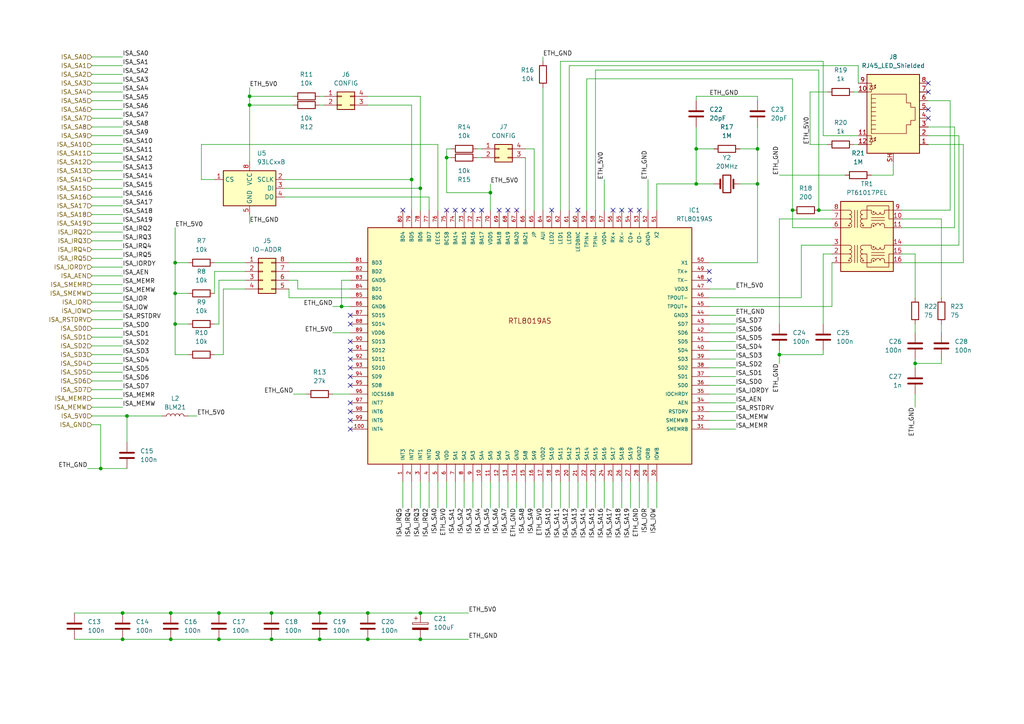
<source format=kicad_sch>
(kicad_sch (version 20250114) (generator "eeschema") (generator_version "9.0")
  (paper "A4")
  (title_block (title "ISA-Ethernet adapter") (company "Russia, Samara 2026") (comment 1 "003") (comment 2 "Maxssau"))
  (lib_symbols
    (symbol "Connector:RJ45_LED_Shielded" (pin_names (offset 1.016))
      (property "Reference" "J" (at -5.08 13.97 0))
      (property "Value" "RJ45_LED_Shielded" (at 1.27 13.97 0))
      (symbol "RJ45_LED_Shielded_1_1"
        (pin passive line (at -10.16 10.16 0) (length 2.54) (name "~") (number "9"))
        (pin passive line (at -10.16 7.62 0) (length 2.54) (name "~") (number "10"))
        (pin passive line (at -10.16 -5.08 0) (length 2.54) (name "~") (number "11"))
        (pin passive line (at -10.16 -7.62 0) (length 2.54) (name "~") (number "12"))
        (pin passive line (at 0 -12.7 90) (length 2.54) (name "~") (number "SH"))
        (pin passive line (at 10.16 10.16 180) (length 2.54) (name "~") (number "8"))
        (pin passive line (at 10.16 7.62 180) (length 2.54) (name "~") (number "7"))
        (pin passive line (at 10.16 5.08 180) (length 2.54) (name "~") (number "6"))
        (pin passive line (at 10.16 2.54 180) (length 2.54) (name "~") (number "5"))
        (pin passive line (at 10.16 0 180) (length 2.54) (name "~") (number "4"))
        (pin passive line (at 10.16 -2.54 180) (length 2.54) (name "~") (number "3"))
        (pin passive line (at 10.16 -5.08 180) (length 2.54) (name "~") (number "2"))
        (pin passive line (at 10.16 -7.62 180) (length 2.54) (name "~") (number "1"))
      )
    )
    (symbol "Connector_Generic:Conn_02x02_Counter_Clockwise" (pin_names (offset 1.016) (hide yes))
      (property "Reference" "J" (at 1.27 2.54 0))
      (property "Value" "Conn_02x02_Counter_Clockwise" (at 1.27 -5.08 0))
      (symbol "Conn_02x02_Counter_Clockwise_1_1"
        (pin passive line (at -5.08 0 0) (length 3.81) (name "Pin_1") (number "1"))
        (pin passive line (at -5.08 -2.54 0) (length 3.81) (name "Pin_2") (number "2"))
        (pin passive line (at 7.62 0 180) (length 3.81) (name "Pin_4") (number "4"))
        (pin passive line (at 7.62 -2.54 180) (length 3.81) (name "Pin_3") (number "3"))
      )
    )
    (symbol "Connector_Generic:Conn_02x04_Counter_Clockwise" (pin_names (offset 1.016) (hide yes))
      (property "Reference" "J" (at 1.27 5.08 0))
      (property "Value" "Conn_02x04_Counter_Clockwise" (at 1.27 -7.62 0))
      (symbol "Conn_02x04_Counter_Clockwise_1_1"
        (pin passive line (at -5.08 2.54 0) (length 3.81) (name "Pin_1") (number "1"))
        (pin passive line (at -5.08 0 0) (length 3.81) (name "Pin_2") (number "2"))
        (pin passive line (at -5.08 -2.54 0) (length 3.81) (name "Pin_3") (number "3"))
        (pin passive line (at -5.08 -5.08 0) (length 3.81) (name "Pin_4") (number "4"))
        (pin passive line (at 7.62 2.54 180) (length 3.81) (name "Pin_8") (number "8"))
        (pin passive line (at 7.62 0 180) (length 3.81) (name "Pin_7") (number "7"))
        (pin passive line (at 7.62 -2.54 180) (length 3.81) (name "Pin_6") (number "6"))
        (pin passive line (at 7.62 -5.08 180) (length 3.81) (name "Pin_5") (number "5"))
      )
    )
    (symbol "Device:C" (pin_numbers (hide yes)) (pin_names (offset 0.254))
      (property "Reference" "C" (at 0.635 2.54 0))
      (property "Value" "C" (at 0.635 -2.54 0))
      (symbol "C_1_1"
        (pin passive line (at 0 3.81 270) (length 2.794) (name "~") (number "1"))
        (pin passive line (at 0 -3.81 90) (length 2.794) (name "~") (number "2"))
      )
    )
    (symbol "Device:C_Polarized" (pin_numbers (hide yes)) (pin_names (offset 0.254))
      (property "Reference" "C" (at 0.635 2.54 0))
      (property "Value" "C_Polarized" (at 0.635 -2.54 0))
      (symbol "C_Polarized_1_1"
        (pin passive line (at 0 3.81 270) (length 2.794) (name "~") (number "1"))
        (pin passive line (at 0 -3.81 90) (length 2.794) (name "~") (number "2"))
      )
    )
    (symbol "Device:Crystal" (pin_numbers (hide yes)) (pin_names (offset 1.016) (hide yes))
      (property "Reference" "Y" (at 0 3.81 0))
      (property "Value" "Crystal" (at 0 -3.81 0))
      (symbol "Crystal_1_1"
        (pin passive line (at -3.81 0 0) (length 1.27) (name "1") (number "1"))
        (pin passive line (at 3.81 0 180) (length 1.27) (name "2") (number "2"))
      )
    )
    (symbol "Device:L" (pin_numbers (hide yes)) (pin_names (offset 1.016) (hide yes))
      (property "Reference" "L" (at -1.27 0 90))
      (property "Value" "L" (at 1.905 0 90))
      (symbol "L_1_1"
        (pin passive line (at 0 3.81 270) (length 1.27) (name "1") (number "1"))
        (pin passive line (at 0 -3.81 90) (length 1.27) (name "2") (number "2"))
      )
    )
    (symbol "Device:R" (pin_numbers (hide yes)) (pin_names (offset 0))
      (property "Reference" "R" (at 2.032 0 90))
      (property "Value" "R" (at 0 0 90))
      (symbol "R_1_1"
        (pin passive line (at 0 3.81 270) (length 1.27) (name "~") (number "1"))
        (pin passive line (at 0 -3.81 90) (length 1.27) (name "~") (number "2"))
      )
    )
    (symbol "Memory_EEPROM:93LCxxB"
      (property "Reference" "U" (at -7.62 6.35 0))
      (property "Value" "93LCxxB" (at 2.54 -6.35 0))
      (symbol "93LCxxB_1_1"
        (pin input line (at -10.16 2.54 0) (length 2.54) (name "CS") (number "1"))
        (pin no_connect line (at -7.62 0 0) (length 2.54) (hide yes) (name "NC") (number "6"))
        (pin no_connect line (at -7.62 -2.54 0) (length 2.54) (hide yes) (name "NC") (number "7"))
        (pin power_in line (at 0 7.62 270) (length 2.54) (name "VCC") (number "8"))
        (pin power_in line (at 0 -7.62 90) (length 2.54) (name "GND") (number "5"))
        (pin input line (at 10.16 2.54 180) (length 2.54) (name "SCLK") (number "2"))
        (pin input line (at 10.16 0 180) (length 2.54) (name "DI") (number "3"))
        (pin tri_state line (at 10.16 -2.54 180) (length 2.54) (name "DO") (number "4"))
      )
    )
    (symbol "RTL8019:RTL8019AS" (pin_names (offset 1.016))
      (property "Reference" "IC" (at -5.08 -10.16 0))
      (property "Value" "RTL8019AS" (at 0 0 0))
      (symbol "RTL8019AS_0_0"
        (text "RTL8019AS" (at -5.08 7.62 0) (effects (font (size 1.524 1.524)) (justify left bottom)))
        (pin bidirectional line (at -50.8 25.4 0) (length 5.08) (name "BD3") (number "81"))
        (pin bidirectional line (at -50.8 22.86 0) (length 5.08) (name "BD2") (number "82"))
        (pin power_in line (at -50.8 20.32 0) (length 5.08) (name "GND5") (number "83"))
        (pin bidirectional line (at -50.8 17.78 0) (length 5.08) (name "BD1") (number "84"))
        (pin bidirectional line (at -50.8 15.24 0) (length 5.08) (name "BD0") (number "85"))
        (pin power_in line (at -50.8 12.7 0) (length 5.08) (name "GND6") (number "86"))
        (pin bidirectional line (at -50.8 10.16 0) (length 5.08) (name "SD15") (number "87"))
        (pin bidirectional line (at -50.8 7.62 0) (length 5.08) (name "SD14") (number "88"))
        (pin power_in line (at -50.8 5.08 0) (length 5.08) (name "VDD6") (number "89"))
        (pin bidirectional line (at -50.8 2.54 0) (length 5.08) (name "SD13") (number "90"))
        (pin bidirectional line (at -50.8 0 0) (length 5.08) (name "SD12") (number "91"))
        (pin bidirectional line (at -50.8 -2.54 0) (length 5.08) (name "SD11") (number "92"))
        (pin bidirectional line (at -50.8 -5.08 0) (length 5.08) (name "SD10") (number "93"))
        (pin bidirectional line (at -50.8 -7.62 0) (length 5.08) (name "SD9") (number "94"))
        (pin bidirectional line (at -50.8 -10.16 0) (length 5.08) (name "SD8") (number "95"))
        (pin bidirectional line (at -50.8 -12.7 0) (length 5.08) (name "IOCS16B") (number "96"))
        (pin bidirectional line (at -50.8 -15.24 0) (length 5.08) (name "INT7") (number "97"))
        (pin bidirectional line (at -50.8 -17.78 0) (length 5.08) (name "INT6") (number "98"))
        (pin bidirectional line (at -50.8 -20.32 0) (length 5.08) (name "INT5") (number "99"))
        (pin bidirectional line (at -50.8 -22.86 0) (length 5.08) (name "INT4") (number "100"))
        (pin bidirectional line (at -35.56 40.64 270) (length 5.08) (name "BD4") (number "80"))
        (pin bidirectional line (at -35.56 -38.1 90) (length 5.08) (name "INT3") (number "1"))
        (pin bidirectional line (at -33.02 40.64 270) (length 5.08) (name "BD5") (number "79"))
        (pin bidirectional line (at -33.02 -38.1 90) (length 5.08) (name "INT2") (number "2"))
        (pin bidirectional line (at -30.48 40.64 270) (length 5.08) (name "BD6") (number "78"))
        (pin bidirectional line (at -30.48 -38.1 90) (length 5.08) (name "INT1") (number "3"))
        (pin bidirectional line (at -27.94 40.64 270) (length 5.08) (name "BD7") (number "77"))
        (pin bidirectional line (at -27.94 -38.1 90) (length 5.08) (name "INT0") (number "4"))
        (pin bidirectional line (at -25.4 40.64 270) (length 5.08) (name "EECS") (number "76"))
        (pin bidirectional line (at -25.4 -38.1 90) (length 5.08) (name "SA0") (number "5"))
        (pin bidirectional line (at -22.86 40.64 270) (length 5.08) (name "BCSB") (number "75"))
        (pin power_in line (at -22.86 -38.1 90) (length 5.08) (name "VDD") (number "6"))
        (pin bidirectional line (at -20.32 40.64 270) (length 5.08) (name "BA14") (number "74"))
        (pin bidirectional line (at -20.32 -38.1 90) (length 5.08) (name "SA1") (number "7"))
        (pin bidirectional line (at -17.78 40.64 270) (length 5.08) (name "BA15") (number "73"))
        (pin bidirectional line (at -17.78 -38.1 90) (length 5.08) (name "SA2") (number "8"))
        (pin bidirectional line (at -15.24 40.64 270) (length 5.08) (name "BA16") (number "72"))
        (pin bidirectional line (at -15.24 -38.1 90) (length 5.08) (name "SA3") (number "9"))
        (pin bidirectional line (at -12.7 40.64 270) (length 5.08) (name "BA17") (number "71"))
        (pin bidirectional line (at -12.7 -38.1 90) (length 5.08) (name "SA4") (number "10"))
        (pin power_in line (at -10.16 40.64 270) (length 5.08) (name "VDD5") (number "70"))
        (pin bidirectional line (at -10.16 -38.1 90) (length 5.08) (name "SA5") (number "11"))
        (pin bidirectional line (at -7.62 40.64 270) (length 5.08) (name "BA18") (number "69"))
        (pin bidirectional line (at -7.62 -38.1 90) (length 5.08) (name "SA6") (number "12"))
        (pin bidirectional line (at -5.08 40.64 270) (length 5.08) (name "BA19") (number "68"))
        (pin bidirectional line (at -5.08 -38.1 90) (length 5.08) (name "SA7") (number "13"))
        (pin bidirectional line (at -2.54 40.64 270) (length 5.08) (name "BA20") (number "67"))
        (pin power_in line (at -2.54 -38.1 90) (length 5.08) (name "GND") (number "14"))
        (pin bidirectional line (at 0 40.64 270) (length 5.08) (name "BA21") (number "66"))
        (pin bidirectional line (at 0 -38.1 90) (length 5.08) (name "SA8") (number "15"))
        (pin bidirectional line (at 2.54 40.64 270) (length 5.08) (name "JP") (number "65"))
        (pin bidirectional line (at 2.54 -38.1 90) (length 5.08) (name "SA9") (number "16"))
        (pin bidirectional line (at 5.08 40.64 270) (length 5.08) (name "AUI") (number "64"))
        (pin power_in line (at 5.08 -38.1 90) (length 5.08) (name "VDD2") (number "17"))
        (pin bidirectional line (at 7.62 40.64 270) (length 5.08) (name "LED2") (number "63"))
        (pin bidirectional line (at 7.62 -38.1 90) (length 5.08) (name "SA10") (number "18"))
        (pin bidirectional line (at 10.16 40.64 270) (length 5.08) (name "LED1") (number "62"))
        (pin bidirectional line (at 10.16 -38.1 90) (length 5.08) (name "SA11") (number "19"))
        (pin bidirectional line (at 12.7 40.64 270) (length 5.08) (name "LED0") (number "61"))
        (pin bidirectional line (at 12.7 -38.1 90) (length 5.08) (name "SA12") (number "20"))
        (pin bidirectional line (at 15.24 40.64 270) (length 5.08) (name "LEDBNC") (number "60"))
        (pin bidirectional line (at 15.24 -38.1 90) (length 5.08) (name "SA13") (number "21"))
        (pin bidirectional line (at 17.78 40.64 270) (length 5.08) (name "TPIN+") (number "59"))
        (pin bidirectional line (at 17.78 -38.1 90) (length 5.08) (name "SA14") (number "22"))
        (pin bidirectional line (at 20.32 40.64 270) (length 5.08) (name "TPIN-") (number "58"))
        (pin bidirectional line (at 20.32 -38.1 90) (length 5.08) (name "SA15") (number "23"))
        (pin power_in line (at 22.86 40.64 270) (length 5.08) (name "VDD4") (number "57"))
        (pin bidirectional line (at 22.86 -38.1 90) (length 5.08) (name "SA16") (number "24"))
        (pin bidirectional line (at 25.4 40.64 270) (length 5.08) (name "RX+") (number "56"))
        (pin bidirectional line (at 25.4 -38.1 90) (length 5.08) (name "SA17") (number "25"))
        (pin bidirectional line (at 27.94 40.64 270) (length 5.08) (name "RX-") (number "55"))
        (pin bidirectional line (at 27.94 -38.1 90) (length 5.08) (name "SA18") (number "26"))
        (pin bidirectional line (at 30.48 40.64 270) (length 5.08) (name "CD+") (number "54"))
        (pin bidirectional line (at 30.48 -38.1 90) (length 5.08) (name "SA19") (number "27"))
        (pin bidirectional line (at 33.02 40.64 270) (length 5.08) (name "CD-") (number "53"))
        (pin power_in line (at 33.02 -38.1 90) (length 5.08) (name "GND2") (number "28"))
        (pin power_in line (at 35.56 40.64 270) (length 5.08) (name "GND4") (number "52"))
        (pin bidirectional line (at 35.56 -38.1 90) (length 5.08) (name "IORB") (number "29"))
        (pin bidirectional line (at 38.1 40.64 270) (length 5.08) (name "X2") (number "51"))
        (pin bidirectional line (at 38.1 -38.1 90) (length 5.08) (name "IOWB") (number "30"))
        (pin bidirectional line (at 53.34 25.4 180) (length 5.08) (name "X1") (number "50"))
        (pin bidirectional line (at 53.34 22.86 180) (length 5.08) (name "TX+") (number "49"))
        (pin bidirectional line (at 53.34 20.32 180) (length 5.08) (name "TX-") (number "48"))
        (pin power_in line (at 53.34 17.78 180) (length 5.08) (name "VDD3") (number "47"))
        (pin bidirectional line (at 53.34 15.24 180) (length 5.08) (name "TPOUT-") (number "46"))
        (pin bidirectional line (at 53.34 12.7 180) (length 5.08) (name "TPOUT+") (number "45"))
        (pin power_in line (at 53.34 10.16 180) (length 5.08) (name "GND3") (number "44"))
        (pin bidirectional line (at 53.34 7.62 180) (length 5.08) (name "SD7") (number "43"))
        (pin bidirectional line (at 53.34 5.08 180) (length 5.08) (name "SD6") (number "42"))
        (pin bidirectional line (at 53.34 2.54 180) (length 5.08) (name "SD5") (number "41"))
        (pin bidirectional line (at 53.34 0 180) (length 5.08) (name "SD4") (number "40"))
        (pin bidirectional line (at 53.34 -2.54 180) (length 5.08) (name "SD3") (number "39"))
        (pin bidirectional line (at 53.34 -5.08 180) (length 5.08) (name "SD2") (number "38"))
        (pin bidirectional line (at 53.34 -7.62 180) (length 5.08) (name "SD1") (number "37"))
        (pin bidirectional line (at 53.34 -10.16 180) (length 5.08) (name "SD0") (number "36"))
        (pin bidirectional line (at 53.34 -12.7 180) (length 5.08) (name "IOCHRDY") (number "35"))
        (pin bidirectional line (at 53.34 -15.24 180) (length 5.08) (name "AEN") (number "34"))
        (pin bidirectional line (at 53.34 -17.78 180) (length 5.08) (name "RSTDRV") (number "33"))
        (pin bidirectional line (at 53.34 -20.32 180) (length 5.08) (name "SMEMWB") (number "32"))
        (pin bidirectional line (at 53.34 -22.86 180) (length 5.08) (name "SMEMRB") (number "31"))
      )
    )
    (symbol "Transformer:PT61017PEL" (pin_names (hide yes))
      (property "Reference" "TR" (at 0 10.795 0))
      (property "Value" "PT61017PEL" (at 0 -10.795 0))
      (symbol "PT61017PEL_1_1"
        (pin passive line (at -10.16 7.62 0) (length 2.54) (name "RD-") (number "8"))
        (pin passive line (at -10.16 5.08 0) (length 2.54) (name "C_RD") (number "7"))
        (pin passive line (at -10.16 2.54 0) (length 2.54) (name "RD+") (number "6"))
        (pin passive line (at -10.16 -2.54 0) (length 2.54) (name "TD-") (number "3"))
        (pin passive line (at -10.16 -5.08 0) (length 2.54) (name "C_TD") (number "2"))
        (pin passive line (at -10.16 -7.62 0) (length 2.54) (name "TD+") (number "1"))
        (pin passive line (at 10.16 7.62 180) (length 2.54) (name "RX-") (number "9"))
        (pin passive line (at 10.16 5.08 180) (length 2.54) (name "C_RX") (number "10"))
        (pin passive line (at 10.16 2.54 180) (length 2.54) (name "RX+") (number "11"))
        (pin passive line (at 10.16 -2.54 180) (length 2.54) (name "TX-") (number "14"))
        (pin passive line (at 10.16 -5.08 180) (length 2.54) (name "C_TX") (number "15"))
        (pin passive line (at 10.16 -7.62 180) (length 2.54) (name "TX+") (number "16"))
      )
    )
  )
  (junction (at 121.92 177.8))
  (junction (at 219.71 53.34))
  (junction (at 63.5 185.42))
  (junction (at 106.68 177.8))
  (junction (at 92.71 177.8))
  (junction (at 99.06 88.9))
  (junction (at 50.8 85.09))
  (junction (at 72.39 30.48))
  (junction (at 119.38 52.07))
  (junction (at 121.92 185.42))
  (junction (at 72.39 27.94))
  (junction (at 265.43 105.41))
  (junction (at 129.54 45.72))
  (junction (at 92.71 185.42))
  (junction (at 106.68 185.42))
  (junction (at 201.93 53.34))
  (junction (at 49.53 177.8))
  (junction (at 121.92 54.61))
  (junction (at 201.93 43.18))
  (junction (at 219.71 43.18))
  (junction (at 63.5 177.8))
  (junction (at 237.49 60.96))
  (junction (at 78.74 177.8))
  (junction (at 35.56 177.8))
  (junction (at 142.24 55.88))
  (junction (at 29.21 135.89))
  (junction (at 35.56 185.42))
  (junction (at 36.83 120.65))
  (junction (at 50.8 76.2))
  (junction (at 78.74 185.42))
  (junction (at 229.87 60.96))
  (junction (at 226.06 102.87))
  (junction (at 50.8 93.98))
  (junction (at 49.53 185.42))
  (no_connect (at 182.88 60.96))
  (no_connect (at 205.74 78.74))
  (no_connect (at 101.6 111.76))
  (no_connect (at 101.6 106.68))
  (no_connect (at 139.7 60.96))
  (no_connect (at 269.24 26.67))
  (no_connect (at 101.6 101.6))
  (no_connect (at 205.74 81.28))
  (no_connect (at 185.42 60.96))
  (no_connect (at 144.78 60.96))
  (no_connect (at 180.34 60.96))
  (no_connect (at 101.6 116.84))
  (no_connect (at 101.6 91.44))
  (no_connect (at 101.6 124.46))
  (no_connect (at 160.02 60.96))
  (no_connect (at 137.16 60.96))
  (no_connect (at 101.6 109.22))
  (no_connect (at 101.6 119.38))
  (no_connect (at 269.24 24.13))
  (no_connect (at 177.8 60.96))
  (no_connect (at 149.86 60.96))
  (no_connect (at 101.6 104.14))
  (no_connect (at 167.64 60.96))
  (no_connect (at 129.54 60.96))
  (no_connect (at 116.84 60.96))
  (no_connect (at 101.6 99.06))
  (no_connect (at 134.62 60.96))
  (no_connect (at 269.24 31.75))
  (no_connect (at 269.24 34.29))
  (no_connect (at 101.6 93.98))
  (no_connect (at 147.32 60.96))
  (no_connect (at 101.6 121.92))
  (no_connect (at 132.08 60.96))
  (wire (pts (xy 154.94 147.32) (xy 154.94 139.7)))
  (wire (pts (xy 213.36 104.14) (xy 205.74 104.14)))
  (wire (pts (xy 252.73 50.8) (xy 259.08 50.8)))
  (wire (pts (xy 213.36 83.82) (xy 205.74 83.82)))
  (wire (pts (xy 265.43 86.36) (xy 265.43 73.66)))
  (wire (pts (xy 238.76 101.6) (xy 238.76 102.87)))
  (wire (pts (xy 26.67 123.19) (xy 29.21 123.19)))
  (wire (pts (xy 35.56 80.01) (xy 26.67 80.01)))
  (wire (pts (xy 201.93 43.18) (xy 201.93 53.34)))
  (wire (pts (xy 35.56 19.05) (xy 26.67 19.05)))
  (wire (pts (xy 177.8 147.32) (xy 177.8 139.7)))
  (wire (pts (xy 129.54 147.32) (xy 129.54 139.7)))
  (wire (pts (xy 261.62 76.2) (xy 279.4 76.2)))
  (wire (pts (xy 36.83 120.65) (xy 36.83 128.27)))
  (wire (pts (xy 63.5 177.8) (xy 78.74 177.8)))
  (wire (pts (xy 149.86 147.32) (xy 149.86 139.7)))
  (wire (pts (xy 58.42 52.07) (xy 62.23 52.07)))
  (wire (pts (xy 129.54 45.72) (xy 130.81 45.72)))
  (wire (pts (xy 248.92 39.37) (xy 238.76 39.37)))
  (wire (pts (xy 226.06 93.98) (xy 226.06 63.5)))
  (wire (pts (xy 278.13 39.37) (xy 269.24 39.37)))
  (wire (pts (xy 238.76 39.37) (xy 238.76 17.78)))
  (wire (pts (xy 58.42 41.91) (xy 58.42 52.07)))
  (wire (pts (xy 57.15 120.65) (xy 54.61 120.65)))
  (wire (pts (xy 86.36 81.28) (xy 83.82 81.28)))
  (wire (pts (xy 35.56 115.57) (xy 26.67 115.57)))
  (wire (pts (xy 35.5003 72.39) (xy 26.6103 72.39)))
  (wire (pts (xy 234.95 41.91) (xy 240.03 41.91)))
  (wire (pts (xy 50.8 76.2) (xy 50.8 85.09)))
  (wire (pts (xy 64.77 102.87) (xy 62.23 102.87)))
  (wire (pts (xy 72.39 30.48) (xy 85.09 30.48)))
  (wire (pts (xy 119.38 147.32) (xy 119.38 139.7)))
  (wire (pts (xy 261.62 66.04) (xy 276.86 66.04)))
  (wire (pts (xy 50.8 85.09) (xy 54.61 85.09)))
  (wire (pts (xy 127 41.91) (xy 58.42 41.91)))
  (wire (pts (xy 138.43 43.18) (xy 139.7 43.18)))
  (wire (pts (xy 273.05 93.98) (xy 273.05 96.52)))
  (wire (pts (xy 238.76 93.98) (xy 238.76 73.66)))
  (wire (pts (xy 132.08 147.32) (xy 132.08 139.7)))
  (wire (pts (xy 35.56 74.93) (xy 26.67 74.93)))
  (wire (pts (xy 121.92 185.42) (xy 135.89 185.42)))
  (wire (pts (xy 229.87 60.96) (xy 229.87 66.04)))
  (wire (pts (xy 190.5 147.32) (xy 190.5 139.7)))
  (wire (pts (xy 71.12 78.74) (xy 62.23 78.74)))
  (wire (pts (xy 134.62 147.32) (xy 134.62 139.7)))
  (wire (pts (xy 35.56 31.75) (xy 26.67 31.75)))
  (wire (pts (xy 247.65 41.91) (xy 248.92 41.91)))
  (wire (pts (xy 238.76 17.78) (xy 162.56 17.78)))
  (wire (pts (xy 213.36 114.3) (xy 205.74 114.3)))
  (wire (pts (xy 213.36 109.22) (xy 205.74 109.22)))
  (wire (pts (xy 35.56 100.33) (xy 26.67 100.33)))
  (wire (pts (xy 129.54 55.88) (xy 142.24 55.88)))
  (wire (pts (xy 213.36 93.98) (xy 205.74 93.98)))
  (wire (pts (xy 83.82 76.2) (xy 101.6 76.2)))
  (wire (pts (xy 162.56 17.78) (xy 162.56 60.96)))
  (wire (pts (xy 21.59 177.8) (xy 35.56 177.8)))
  (wire (pts (xy 35.56 107.95) (xy 26.67 107.95)))
  (wire (pts (xy 35.56 102.87) (xy 26.67 102.87)))
  (wire (pts (xy 213.36 99.06) (xy 205.74 99.06)))
  (wire (pts (xy 64.77 83.82) (xy 64.77 102.87)))
  (wire (pts (xy 106.68 27.94) (xy 121.92 27.94)))
  (wire (pts (xy 240.03 26.67) (xy 234.95 26.67)))
  (wire (pts (xy 170.18 22.86) (xy 170.18 60.96)))
  (wire (pts (xy 35.56 46.99) (xy 26.67 46.99)))
  (wire (pts (xy 72.39 27.94) (xy 72.39 30.48)))
  (wire (pts (xy 35.56 44.45) (xy 26.67 44.45)))
  (wire (pts (xy 121.92 177.8) (xy 135.89 177.8)))
  (wire (pts (xy 35.56 82.55) (xy 26.67 82.55)))
  (wire (pts (xy 201.93 53.34) (xy 190.5 53.34)))
  (wire (pts (xy 92.71 27.94) (xy 93.98 27.94)))
  (wire (pts (xy 241.3 88.9) (xy 241.3 76.2)))
  (wire (pts (xy 83.82 86.36) (xy 83.82 83.82)))
  (wire (pts (xy 26.67 120.65) (xy 36.83 120.65)))
  (wire (pts (xy 35.56 49.53) (xy 26.67 49.53)))
  (wire (pts (xy 201.93 43.18) (xy 207.01 43.18)))
  (wire (pts (xy 172.72 20.32) (xy 237.49 20.32)))
  (wire (pts (xy 129.54 43.18) (xy 129.54 45.72)))
  (wire (pts (xy 82.55 54.61) (xy 121.92 54.61)))
  (wire (pts (xy 157.48 25.4) (xy 157.48 60.96)))
  (wire (pts (xy 82.55 57.15) (xy 124.46 57.15)))
  (wire (pts (xy 101.6 86.36) (xy 83.82 86.36)))
  (wire (pts (xy 144.78 147.32) (xy 144.78 139.7)))
  (wire (pts (xy 35.56 67.31) (xy 26.67 67.31)))
  (wire (pts (xy 238.76 73.66) (xy 241.3 73.66)))
  (wire (pts (xy 278.13 71.12) (xy 278.13 39.37)))
  (wire (pts (xy 35.56 16.51) (xy 26.67 16.51)))
  (wire (pts (xy 127 147.32) (xy 127 139.7)))
  (wire (pts (xy 101.6 83.82) (xy 86.36 83.82)))
  (wire (pts (xy 50.8 85.09) (xy 50.8 93.98)))
  (wire (pts (xy 35.56 105.41) (xy 26.67 105.41)))
  (wire (pts (xy 154.94 60.96) (xy 154.94 43.18)))
  (wire (pts (xy 238.76 102.87) (xy 226.06 102.87)))
  (wire (pts (xy 35.56 59.69) (xy 26.67 59.69)))
  (wire (pts (xy 219.71 43.18) (xy 219.71 53.34)))
  (wire (pts (xy 130.81 43.18) (xy 129.54 43.18)))
  (wire (pts (xy 35.56 110.49) (xy 26.67 110.49)))
  (wire (pts (xy 219.71 76.2) (xy 219.71 53.34)))
  (wire (pts (xy 121.92 27.94) (xy 121.92 54.61)))
  (wire (pts (xy 273.05 104.14) (xy 273.05 105.41)))
  (wire (pts (xy 162.56 147.32) (xy 162.56 139.7)))
  (wire (pts (xy 213.36 106.68) (xy 205.74 106.68)))
  (wire (pts (xy 71.12 83.82) (xy 64.77 83.82)))
  (wire (pts (xy 92.71 30.48) (xy 93.98 30.48)))
  (wire (pts (xy 50.8 76.2) (xy 54.61 76.2)))
  (wire (pts (xy 50.8 102.87) (xy 50.8 93.98)))
  (wire (pts (xy 127 60.96) (xy 127 41.91)))
  (wire (pts (xy 116.84 147.32) (xy 116.84 139.7)))
  (wire (pts (xy 35.56 62.23) (xy 26.67 62.23)))
  (wire (pts (xy 35.56 34.29) (xy 26.67 34.29)))
  (wire (pts (xy 190.5 53.34) (xy 190.5 60.96)))
  (wire (pts (xy 49.53 185.42) (xy 63.5 185.42)))
  (wire (pts (xy 261.62 71.12) (xy 278.13 71.12)))
  (wire (pts (xy 49.53 177.8) (xy 63.5 177.8)))
  (wire (pts (xy 213.36 121.92) (xy 205.74 121.92)))
  (wire (pts (xy 138.43 45.72) (xy 139.7 45.72)))
  (wire (pts (xy 248.92 19.05) (xy 248.92 24.13)))
  (wire (pts (xy 273.05 105.41) (xy 265.43 105.41)))
  (wire (pts (xy 92.71 177.8) (xy 106.68 177.8)))
  (wire (pts (xy 35.56 90.17) (xy 26.67 90.17)))
  (wire (pts (xy 35.56 26.67) (xy 26.67 26.67)))
  (wire (pts (xy 182.88 147.32) (xy 182.88 139.7)))
  (wire (pts (xy 92.71 185.42) (xy 106.68 185.42)))
  (wire (pts (xy 121.92 147.32) (xy 121.92 139.7)))
  (wire (pts (xy 62.23 78.74) (xy 62.23 85.09)))
  (wire (pts (xy 83.82 78.74) (xy 101.6 78.74)))
  (wire (pts (xy 247.65 26.67) (xy 248.92 26.67)))
  (wire (pts (xy 35.56 36.83) (xy 26.67 36.83)))
  (wire (pts (xy 99.06 81.28) (xy 99.06 88.9)))
  (wire (pts (xy 213.36 96.52) (xy 205.74 96.52)))
  (wire (pts (xy 35.56 52.07) (xy 26.67 52.07)))
  (wire (pts (xy 205.74 76.2) (xy 219.71 76.2)))
  (wire (pts (xy 229.87 66.04) (xy 241.3 66.04)))
  (wire (pts (xy 36.83 120.65) (xy 46.99 120.65)))
  (wire (pts (xy 160.02 147.32) (xy 160.02 139.7)))
  (wire (pts (xy 29.21 135.89) (xy 36.83 135.89)))
  (wire (pts (xy 154.94 43.18) (xy 152.4 43.18)))
  (wire (pts (xy 78.74 185.42) (xy 92.71 185.42)))
  (wire (pts (xy 35.56 64.77) (xy 26.67 64.77)))
  (wire (pts (xy 63.5 93.98) (xy 62.23 93.98)))
  (wire (pts (xy 35.56 57.15) (xy 26.67 57.15)))
  (wire (pts (xy 35.56 97.79) (xy 26.67 97.79)))
  (wire (pts (xy 106.68 185.42) (xy 121.92 185.42)))
  (wire (pts (xy 142.24 55.88) (xy 142.24 60.96)))
  (wire (pts (xy 213.36 116.84) (xy 205.74 116.84)))
  (wire (pts (xy 273.05 86.36) (xy 273.05 63.5)))
  (wire (pts (xy 185.42 147.32) (xy 185.42 139.7)))
  (wire (pts (xy 265.43 105.41) (xy 265.43 106.68)))
  (wire (pts (xy 207.01 53.34) (xy 201.93 53.34)))
  (wire (pts (xy 201.93 27.94) (xy 219.71 27.94)))
  (wire (pts (xy 152.4 60.96) (xy 152.4 45.72)))
  (wire (pts (xy 165.1 19.05) (xy 248.92 19.05)))
  (wire (pts (xy 35.56 177.8) (xy 49.53 177.8)))
  (wire (pts (xy 129.54 45.72) (xy 129.54 55.88)))
  (wire (pts (xy 201.93 36.83) (xy 201.93 43.18)))
  (wire (pts (xy 35.56 77.47) (xy 26.67 77.47)))
  (wire (pts (xy 226.06 105.41) (xy 226.06 102.87)))
  (wire (pts (xy 139.7 147.32) (xy 139.7 139.7)))
  (wire (pts (xy 279.4 41.91) (xy 269.24 41.91)))
  (wire (pts (xy 35.56 95.25) (xy 26.67 95.25)))
  (wire (pts (xy 232.41 71.12) (xy 241.3 71.12)))
  (wire (pts (xy 85.09 114.3) (xy 88.9 114.3)))
  (wire (pts (xy 121.92 54.61) (xy 121.92 60.96)))
  (wire (pts (xy 71.12 81.28) (xy 63.5 81.28)))
  (wire (pts (xy 99.06 88.9) (xy 101.6 88.9)))
  (wire (pts (xy 50.8 66.04) (xy 50.8 76.2)))
  (wire (pts (xy 265.43 73.66) (xy 261.62 73.66)))
  (wire (pts (xy 172.72 60.96) (xy 172.72 20.32)))
  (wire (pts (xy 152.4 147.32) (xy 152.4 139.7)))
  (wire (pts (xy 35.56 29.21) (xy 26.67 29.21)))
  (wire (pts (xy 119.38 30.48) (xy 119.38 52.07)))
  (wire (pts (xy 35.56 69.85) (xy 26.67 69.85)))
  (wire (pts (xy 273.05 63.5) (xy 261.62 63.5)))
  (wire (pts (xy 175.26 52.07) (xy 175.26 60.96)))
  (wire (pts (xy 106.68 30.48) (xy 119.38 30.48)))
  (wire (pts (xy 63.5 185.42) (xy 78.74 185.42)))
  (wire (pts (xy 201.93 27.94) (xy 201.93 29.21)))
  (wire (pts (xy 86.36 83.82) (xy 86.36 81.28)))
  (wire (pts (xy 35.56 185.42) (xy 49.53 185.42)))
  (wire (pts (xy 157.48 147.32) (xy 157.48 139.7)))
  (wire (pts (xy 265.43 104.14) (xy 265.43 105.41)))
  (wire (pts (xy 219.71 36.83) (xy 219.71 43.18)))
  (wire (pts (xy 219.71 29.21) (xy 219.71 27.94)))
  (wire (pts (xy 170.18 147.32) (xy 170.18 139.7)))
  (wire (pts (xy 205.74 86.36) (xy 232.41 86.36)))
  (wire (pts (xy 175.26 147.32) (xy 175.26 139.7)))
  (wire (pts (xy 229.87 22.86) (xy 229.87 60.96)))
  (wire (pts (xy 35.56 92.71) (xy 26.67 92.71)))
  (wire (pts (xy 237.49 20.32) (xy 237.49 60.96)))
  (wire (pts (xy 35.56 87.63) (xy 26.67 87.63)))
  (wire (pts (xy 219.71 53.34) (xy 214.63 53.34)))
  (wire (pts (xy 276.86 36.83) (xy 269.24 36.83)))
  (wire (pts (xy 187.96 147.32) (xy 187.96 139.7)))
  (wire (pts (xy 137.16 147.32) (xy 137.16 139.7)))
  (wire (pts (xy 35.56 41.91) (xy 26.67 41.91)))
  (wire (pts (xy 21.59 185.42) (xy 35.56 185.42)))
  (wire (pts (xy 72.39 30.48) (xy 72.39 46.99)))
  (wire (pts (xy 214.63 43.18) (xy 219.71 43.18)))
  (wire (pts (xy 234.95 26.67) (xy 234.95 41.91)))
  (wire (pts (xy 213.36 111.76) (xy 205.74 111.76)))
  (wire (pts (xy 226.06 50.8) (xy 245.11 50.8)))
  (wire (pts (xy 147.32 147.32) (xy 147.32 139.7)))
  (wire (pts (xy 265.43 118.11) (xy 265.43 114.3)))
  (wire (pts (xy 35.56 54.61) (xy 26.67 54.61)))
  (wire (pts (xy 124.46 147.32) (xy 124.46 139.7)))
  (wire (pts (xy 213.36 119.38) (xy 205.74 119.38)))
  (wire (pts (xy 96.52 114.3) (xy 101.6 114.3)))
  (wire (pts (xy 142.24 147.32) (xy 142.24 139.7)))
  (wire (pts (xy 62.23 76.2) (xy 71.12 76.2)))
  (wire (pts (xy 172.72 147.32) (xy 172.72 139.7)))
  (wire (pts (xy 25.4 135.89) (xy 29.21 135.89)))
  (wire (pts (xy 82.55 52.07) (xy 119.38 52.07)))
  (wire (pts (xy 157.48 16.51) (xy 157.48 17.78)))
  (wire (pts (xy 276.86 66.04) (xy 276.86 36.83)))
  (wire (pts (xy 78.74 177.8) (xy 92.71 177.8)))
  (wire (pts (xy 35.56 113.03) (xy 26.67 113.03)))
  (wire (pts (xy 165.1 60.96) (xy 165.1 19.05)))
  (wire (pts (xy 54.61 102.87) (xy 50.8 102.87)))
  (wire (pts (xy 279.4 76.2) (xy 279.4 41.91)))
  (wire (pts (xy 170.18 22.86) (xy 229.87 22.86)))
  (wire (pts (xy 265.43 93.98) (xy 265.43 96.52)))
  (wire (pts (xy 72.39 27.94) (xy 85.09 27.94)))
  (wire (pts (xy 226.06 63.5) (xy 241.3 63.5)))
  (wire (pts (xy 180.34 147.32) (xy 180.34 139.7)))
  (wire (pts (xy 72.39 64.77) (xy 72.39 62.23)))
  (wire (pts (xy 72.39 25.4) (xy 72.39 27.94)))
  (wire (pts (xy 29.21 123.19) (xy 29.21 135.89)))
  (wire (pts (xy 165.1 147.32) (xy 165.1 139.7)))
  (wire (pts (xy 226.06 102.87) (xy 226.06 101.6)))
  (wire (pts (xy 259.08 50.8) (xy 259.08 46.99)))
  (wire (pts (xy 213.36 91.44) (xy 205.74 91.44)))
  (wire (pts (xy 124.46 57.15) (xy 124.46 60.96)))
  (wire (pts (xy 275.59 29.21) (xy 269.24 29.21)))
  (wire (pts (xy 232.41 86.36) (xy 232.41 71.12)))
  (wire (pts (xy 213.36 101.6) (xy 205.74 101.6)))
  (wire (pts (xy 35.56 24.13) (xy 26.67 24.13)))
  (wire (pts (xy 106.68 177.8) (xy 121.92 177.8)))
  (wire (pts (xy 167.64 147.32) (xy 167.64 139.7)))
  (wire (pts (xy 187.96 52.07) (xy 187.96 60.96)))
  (wire (pts (xy 205.74 88.9) (xy 241.3 88.9)))
  (wire (pts (xy 50.8 93.98) (xy 54.61 93.98)))
  (wire (pts (xy 35.56 21.59) (xy 26.67 21.59)))
  (wire (pts (xy 213.36 124.46) (xy 205.74 124.46)))
  (wire (pts (xy 63.5 81.28) (xy 63.5 93.98)))
  (wire (pts (xy 35.56 85.09) (xy 26.67 85.09)))
  (wire (pts (xy 101.6 81.28) (xy 99.06 81.28)))
  (wire (pts (xy 261.62 60.96) (xy 275.59 60.96)))
  (wire (pts (xy 35.56 118.11) (xy 26.67 118.11)))
  (wire (pts (xy 142.24 53.34) (xy 142.24 55.88)))
  (wire (pts (xy 35.56 39.37) (xy 26.67 39.37)))
  (wire (pts (xy 96.52 88.9) (xy 99.06 88.9)))
  (wire (pts (xy 119.38 52.07) (xy 119.38 60.96)))
  (wire (pts (xy 275.59 60.96) (xy 275.59 29.21)))
  (wire (pts (xy 237.49 60.96) (xy 241.3 60.96)))
  (wire (pts (xy 96.52 96.52) (xy 101.6 96.52)))
  (label "ISA_SD0" (at 213.36 111.76 0))
  (label "ISA_SA12" (at 165.1 147.32 270))
  (label "ISA_SD2" (at 213.36 106.68 0))
  (label "ISA_SA1" (at 35.56 19.05 0))
  (label "ISA_IOW" (at 35.56 90.17 0))
  (label "ETH_GND" (at 265.43 118.11 270))
  (label "ISA_AEN" (at 213.36 116.84 0))
  (label "ISA_SA15" (at 35.56 54.61 0))
  (label "ISA_SA15" (at 172.72 147.32 270))
  (label "ETH_GND" (at 96.52 88.9 180))
  (label "ETH_5V0" (at 175.26 52.07 90))
  (label "ISA_MEMW" (at 35.56 118.11 0))
  (label "ISA_IRQ4" (at 119.38 147.32 270))
  (label "ISA_SA18" (at 35.56 62.23 0))
  (label "ISA_SD5" (at 35.56 107.95 0))
  (label "ISA_SA10" (at 35.56 41.91 0))
  (label "ISA_SD1" (at 35.56 97.79 0))
  (label "ISA_SA19" (at 182.88 147.32 270))
  (label "ETH_5V0" (at 234.95 41.91 90))
  (label "ISA_SA8" (at 35.56 36.83 0))
  (label "ETH_5V0" (at 57.15 120.65 0))
  (label "ISA_IOR" (at 35.56 87.63 0))
  (label "ISA_MEMR" (at 35.56 115.57 0))
  (label "ISA_SA13" (at 35.56 49.53 0))
  (label "ISA_SD4" (at 35.56 105.41 0))
  (label "ISA_SA16" (at 35.56 57.15 0))
  (label "ETH_GND" (at 213.36 91.44 0))
  (label "ISA_SA2" (at 35.56 21.59 0))
  (label "ISA_MEMW" (at 213.36 121.92 0))
  (label "ISA_MEMR" (at 213.36 124.46 0))
  (label "ISA_IRQ5" (at 35.56 74.93 0))
  (label "ISA_SA7" (at 147.32 147.32 270))
  (label "ISA_SD1" (at 213.36 109.22 0))
  (label "ISA_SD7" (at 35.56 113.03 0))
  (label "ETH_5V0" (at 96.52 96.52 180))
  (label "ETH_GND" (at 72.39 64.77 0))
  (label "ISA_SA12" (at 35.56 46.99 0))
  (label "ISA_IRQ2" (at 35.56 67.31 0))
  (label "ISA_SA4" (at 35.56 26.67 0))
  (label "ETH_5V0" (at 213.36 83.82 0))
  (label "ISA_SD3" (at 213.36 104.14 0))
  (label "ISA_SA13" (at 167.64 147.32 270))
  (label "ISA_SA5" (at 35.56 29.21 0))
  (label "ISA_SA3" (at 35.56 24.13 0))
  (label "ISA_IRQ2" (at 124.46 147.32 270))
  (label "ETH_GND" (at 135.89 185.42 0))
  (label "ISA_SA3" (at 137.16 147.32 270))
  (label "ISA_RSTDRV" (at 35.56 92.71 0))
  (label "ISA_SA5" (at 142.24 147.32 270))
  (label "ISA_SA1" (at 132.08 147.32 270))
  (label "ETH_GND" (at 185.42 147.32 270))
  (label "ISA_SA6" (at 35.56 31.75 0))
  (label "ETH_5V0" (at 157.48 147.32 270))
  (label "ISA_SA9" (at 154.94 147.32 270))
  (label "ISA_SA8" (at 152.4 147.32 270))
  (label "ETH_5V0" (at 142.24 53.34 0))
  (label "ISA_IRQ3" (at 121.92 147.32 270))
  (label "ISA_IRQ3" (at 35.56 69.85 0))
  (label "ISA_SA19" (at 35.56 64.77 0))
  (label "ETH_GND" (at 149.86 147.32 270))
  (label "ISA_SA4" (at 139.7 147.32 270))
  (label "ISA_MEMR" (at 35.56 82.55 0))
  (label "ETH_GND" (at 187.96 52.07 90))
  (label "ETH_5V0" (at 129.54 147.32 270))
  (label "ETH_5V0" (at 72.39 25.4 0))
  (label "ETH_GND" (at 85.09 114.3 180))
  (label "ISA_SA2" (at 134.62 147.32 270))
  (label "ISA_SD3" (at 35.56 102.87 0))
  (label "ISA_SA11" (at 35.56 44.45 0))
  (label "ISA_SD7" (at 213.36 93.98 0))
  (label "ISA_IRQ5" (at 116.84 147.32 270))
  (label "ISA_SA16" (at 175.26 147.32 270))
  (label "ISA_MEMW" (at 35.56 85.09 0))
  (label "ISA_SA7" (at 35.56 34.29 0))
  (label "ETH_5V0" (at 50.8 66.04 0))
  (label "ISA_IORDY" (at 35.56 77.47 0))
  (label "ISA_IORDY" (at 213.36 114.3 0))
  (label "ISA_IOR" (at 187.96 147.32 270))
  (label "ISA_SA17" (at 177.8 147.32 270))
  (label "ISA_SD6" (at 213.36 96.52 0))
  (label "ISA_SA11" (at 162.56 147.32 270))
  (label "ISA_SD5" (at 213.36 99.06 0))
  (label "ISA_SD6" (at 35.56 110.49 0))
  (label "ISA_SA17" (at 35.56 59.69 0))
  (label "ISA_RSTDRV" (at 213.36 119.38 0))
  (label "ETH_GND" (at 25.4 135.89 180))
  (label "ISA_SA9" (at 35.56 39.37 0))
  (label "ISA_SD0" (at 35.56 95.25 0))
  (label "ISA_SD2" (at 35.56 100.33 0))
  (label "ISA_SA10" (at 160.02 147.32 270))
  (label "ETH_GND" (at 226.06 50.8 90))
  (label "ISA_SA18" (at 180.34 147.32 270))
  (label "ISA_SA0" (at 127 147.32 270))
  (label "ETH_GND" (at 205.74 27.94 0))
  (label "ISA_SA6" (at 144.78 147.32 270))
  (label "ETH_GND" (at 226.06 105.41 270))
  (label "ISA_IOW" (at 190.5 147.32 270))
  (label "ISA_IRQ4" (at 35.5003 72.39 0))
  (label "ETH_5V0" (at 135.89 177.8 0))
  (label "ETH_GND" (at 157.48 16.51 0))
  (label "ISA_SD4" (at 213.36 101.6 0))
  (label "ISA_SA14" (at 35.56 52.07 0))
  (label "ISA_SA0" (at 35.56 16.51 0))
  (label "ISA_AEN" (at 35.56 80.01 0))
  (label "ISA_SA14" (at 170.18 147.32 270))
  (hierarchical_label "ISA_RSTDRV" (shape input) (at 26.67 92.71 180))
  (hierarchical_label "ISA_SMEMW" (shape input) (at 26.67 85.09 180))
  (hierarchical_label "ISA_SA4" (shape input) (at 26.67 26.67 180))
  (hierarchical_label "ISA_SD0" (shape input) (at 26.67 95.25 180))
  (hierarchical_label "ISA_SA17" (shape input) (at 26.67 59.69 180))
  (hierarchical_label "ISA_SA12" (shape input) (at 26.67 46.99 180))
  (hierarchical_label "ISA_IOR" (shape input) (at 26.67 87.63 180))
  (hierarchical_label "ISA_SA10" (shape input) (at 26.67 41.91 180))
  (hierarchical_label "ISA_SA3" (shape input) (at 26.67 24.13 180))
  (hierarchical_label "ISA_SA14" (shape input) (at 26.67 52.07 180))
  (hierarchical_label "ISA_SD2" (shape input) (at 26.67 100.33 180))
  (hierarchical_label "ISA_SD6" (shape input) (at 26.67 110.49 180))
  (hierarchical_label "ISA_SD5" (shape input) (at 26.67 107.95 180))
  (hierarchical_label "ISA_MEMR" (shape input) (at 26.67 115.57 180))
  (hierarchical_label "ISA_SA8" (shape input) (at 26.67 36.83 180))
  (hierarchical_label "ISA_SA9" (shape input) (at 26.67 39.37 180))
  (hierarchical_label "ISA_SD4" (shape input) (at 26.67 105.41 180))
  (hierarchical_label "ISA_IRQ4" (shape input) (at 26.6103 72.39 180))
  (hierarchical_label "ISA_SA19" (shape input) (at 26.67 64.77 180))
  (hierarchical_label "ISA_SA6" (shape input) (at 26.67 31.75 180))
  (hierarchical_label "ISA_SA7" (shape input) (at 26.67 34.29 180))
  (hierarchical_label "ISA_IRQ5" (shape input) (at 26.67 74.93 180))
  (hierarchical_label "ISA_5V0" (shape input) (at 26.67 120.65 180))
  (hierarchical_label "ISA_SA18" (shape input) (at 26.67 62.23 180))
  (hierarchical_label "ISA_IORDY" (shape input) (at 26.67 77.47 180))
  (hierarchical_label "ISA_GND" (shape input) (at 26.67 123.19 180))
  (hierarchical_label "ISA_SA13" (shape input) (at 26.67 49.53 180))
  (hierarchical_label "ISA_SA16" (shape input) (at 26.67 57.15 180))
  (hierarchical_label "ISA_SA0" (shape input) (at 26.67 16.51 180))
  (hierarchical_label "ISA_SD3" (shape input) (at 26.67 102.87 180))
  (hierarchical_label "ISA_SMEMR" (shape input) (at 26.67 82.55 180))
  (hierarchical_label "ISA_MEMW" (shape input) (at 26.67 118.11 180))
  (hierarchical_label "ISA_IRQ2" (shape input) (at 26.67 67.31 180))
  (hierarchical_label "ISA_SA2" (shape input) (at 26.67 21.59 180))
  (hierarchical_label "ISA_SA1" (shape input) (at 26.67 19.05 180))
  (hierarchical_label "ISA_IOW" (shape input) (at 26.67 90.17 180))
  (hierarchical_label "ISA_IRQ3" (shape input) (at 26.67 69.85 180))
  (hierarchical_label "ISA_AEN" (shape input) (at 26.67 80.01 180))
  (hierarchical_label "ISA_SA15" (shape input) (at 26.67 54.61 180))
  (hierarchical_label "ISA_SD7" (shape input) (at 26.67 113.03 180))
  (hierarchical_label "ISA_SA11" (shape input) (at 26.67 44.45 180))
  (hierarchical_label "ISA_SA5" (shape input) (at 26.67 29.21 180))
  (hierarchical_label "ISA_SD1" (shape input) (at 26.67 97.79 180))
  (symbol (lib_id "Device:C") (at 265.43 100.33 0) (mirror y) (unit 1)
    (property "Reference" "C26" (at 261.62 99.0599 0) (effects (justify left)))
    (property "Value" "100n" (at 261.62 101.5999 0) (effects (justify left)))
    (property "Footprint" "Capacitor_SMD:C_0805_2012Metric_Pad1.18x1.45mm_HandSolder" (effects (hide yes)))
    (property "Description" "Unpolarized capacitor" (effects (hide yes)))
  )
  (symbol (lib_id "Device:C") (at 21.59 181.61 0) (unit 1)
    (property "Reference" "C13" (at 25.4 180.3399 0) (effects (justify left)))
    (property "Value" "100n" (at 25.4 182.8799 0) (effects (justify left)))
    (property "Footprint" "Capacitor_SMD:C_0805_2012Metric_Pad1.18x1.45mm_HandSolder" (effects (hide yes)))
    (property "Description" "Unpolarized capacitor" (effects (hide yes)))
  )
  (symbol (lib_id "Device:C") (at 106.68 181.61 0) (unit 1)
    (property "Reference" "C20" (at 110.49 180.3399 0) (effects (justify left)))
    (property "Value" "100n" (at 110.49 182.8799 0) (effects (justify left)))
    (property "Footprint" "Capacitor_SMD:C_0805_2012Metric_Pad1.18x1.45mm_HandSolder" (effects (hide yes)))
    (property "Description" "Unpolarized capacitor" (effects (hide yes)))
  )
  (symbol (lib_id "Device:L") (at 50.8 120.65 90) (unit 1)
    (property "Reference" "L2" (at 50.8 115.57 90))
    (property "Value" "BLM21" (at 50.8 118.11 90))
    (property "Footprint" "Inductor_SMD:L_1210_3225Metric_Pad1.42x2.65mm_HandSolder" (effects (hide yes)))
    (property "Description" "Inductor" (effects (hide yes)))
  )
  (symbol (lib_id "Connector_Generic:Conn_02x04_Counter_Clockwise") (at 76.2 78.74 0) (unit 1)
    (property "Reference" "J5" (at 77.47 69.85 0))
    (property "Value" "IO-ADDR" (at 77.47 72.39 0))
    (property "Footprint" "Connector_PinHeader_2.54mm:PinHeader_2x04_P2.54mm_Vertical" (effects (hide yes)))
    (property "Description" "Generic connector, double row, 02x04, counter clockwise pin numbering scheme (similar to DIP package numbering), script generated (kicad-library-utils/schlib/autogen/connector/)" (effects (hide yes)))
  )
  (symbol (lib_id "Device:R") (at 243.84 26.67 270) (unit 1)
    (property "Reference" "R19" (at 243.84 20.32 90))
    (property "Value" "1k" (at 243.84 22.86 90))
    (property "Footprint" "Resistor_SMD:R_0805_2012Metric_Pad1.20x1.40mm_HandSolder" (effects (hide yes)))
    (property "Description" "Resistor" (effects (hide yes)))
  )
  (symbol (lib_id "Device:C") (at 265.43 110.49 0) (mirror y) (unit 1)
    (property "Reference" "C27" (at 261.62 109.2199 0) (effects (justify left)))
    (property "Value" "1n" (at 261.62 111.7599 0) (effects (justify left)))
    (property "Footprint" "Capacitor_SMD:C_0805_2012Metric_Pad1.18x1.45mm_HandSolder" (effects (hide yes)))
    (property "Description" "Unpolarized capacitor" (effects (hide yes)))
  )
  (symbol (lib_id "Device:R") (at 243.84 41.91 270) (unit 1)
    (property "Reference" "R20" (at 243.84 35.56 90))
    (property "Value" "1k" (at 243.84 38.1 90))
    (property "Footprint" "Resistor_SMD:R_0805_2012Metric_Pad1.20x1.40mm_HandSolder" (effects (hide yes)))
    (property "Description" "Resistor" (effects (hide yes)))
  )
  (symbol (lib_id "Device:C") (at 226.06 97.79 0) (unit 1)
    (property "Reference" "C24" (at 229.87 96.5199 0) (effects (justify left)))
    (property "Value" "100n" (at 229.87 99.0599 0) (effects (justify left)))
    (property "Footprint" "Capacitor_SMD:C_0805_2012Metric_Pad1.18x1.45mm_HandSolder" (effects (hide yes)))
    (property "Description" "Unpolarized capacitor" (effects (hide yes)))
  )
  (symbol (lib_id "Device:R") (at 58.42 102.87 90) (unit 1)
    (property "Reference" "R10" (at 58.42 96.52 90))
    (property "Value" "10k" (at 58.42 99.06 90))
    (property "Footprint" "Resistor_SMD:R_0805_2012Metric_Pad1.20x1.40mm_HandSolder" (effects (hide yes)))
    (property "Description" "Resistor" (effects (hide yes)))
  )
  (symbol (lib_id "Device:C") (at 92.71 181.61 0) (unit 1)
    (property "Reference" "C19" (at 96.52 180.3399 0) (effects (justify left)))
    (property "Value" "100n" (at 96.52 182.8799 0) (effects (justify left)))
    (property "Footprint" "Capacitor_SMD:C_0805_2012Metric_Pad1.18x1.45mm_HandSolder" (effects (hide yes)))
    (property "Description" "Unpolarized capacitor" (effects (hide yes)))
  )
  (symbol (lib_id "Device:C_Polarized") (at 121.92 181.61 0) (unit 1)
    (property "Reference" "C21" (at 125.73 179.4509 0) (effects (justify left)))
    (property "Value" "100uF" (at 125.73 181.9909 0) (effects (justify left)))
    (property "Footprint" "Capacitor_SMD:CP_Elec_6.3x5.9" (effects (hide yes)))
    (property "Description" "Polarized capacitor" (effects (hide yes)))
  )
  (symbol (lib_id "Device:C") (at 49.53 181.61 0) (unit 1)
    (property "Reference" "C16" (at 53.34 180.3399 0) (effects (justify left)))
    (property "Value" "100n" (at 53.34 182.8799 0) (effects (justify left)))
    (property "Footprint" "Capacitor_SMD:C_0805_2012Metric_Pad1.18x1.45mm_HandSolder" (effects (hide yes)))
    (property "Description" "Unpolarized capacitor" (effects (hide yes)))
  )
  (symbol (lib_id "Connector_Generic:Conn_02x02_Counter_Clockwise") (at 99.06 27.94 0) (unit 1)
    (property "Reference" "J6" (at 100.33 21.59 0))
    (property "Value" "CONFIG" (at 100.33 24.13 0))
    (property "Footprint" "Connector_PinHeader_2.54mm:PinHeader_2x02_P2.54mm_Vertical" (effects (hide yes)))
    (property "Description" "Generic connector, double row, 02x02, counter clockwise pin numbering scheme (similar to DIP package numbering), script generated (kicad-library-utils/schlib/autogen/connector/)" (effects (hide yes)))
  )
  (symbol (lib_id "Device:C") (at 63.5 181.61 0) (unit 1)
    (property "Reference" "C17" (at 67.31 180.3399 0) (effects (justify left)))
    (property "Value" "100n" (at 67.31 182.8799 0) (effects (justify left)))
    (property "Footprint" "Capacitor_SMD:C_0805_2012Metric_Pad1.18x1.45mm_HandSolder" (effects (hide yes)))
    (property "Description" "Unpolarized capacitor" (effects (hide yes)))
  )
  (symbol (lib_id "Device:C") (at 36.83 132.08 0) (unit 1)
    (property "Reference" "C15" (at 40.64 130.8099 0) (effects (justify left)))
    (property "Value" "100n" (at 40.64 133.3499 0) (effects (justify left)))
    (property "Footprint" "Capacitor_SMD:C_0805_2012Metric_Pad1.18x1.45mm_HandSolder" (effects (hide yes)))
    (property "Description" "Unpolarized capacitor" (effects (hide yes)))
  )
  (symbol (lib_id "Device:R") (at 273.05 90.17 180) (unit 1)
    (property "Reference" "R23" (at 275.59 88.8999 0) (effects (justify right)))
    (property "Value" "75" (at 275.59 91.4399 0) (effects (justify right)))
    (property "Footprint" "Resistor_SMD:R_0805_2012Metric_Pad1.20x1.40mm_HandSolder" (effects (hide yes)))
    (property "Description" "Resistor" (effects (hide yes)))
  )
  (symbol (lib_id "Device:R") (at 58.42 85.09 90) (unit 1)
    (property "Reference" "R8" (at 58.42 78.74 90))
    (property "Value" "10k" (at 58.42 81.28 90))
    (property "Footprint" "Resistor_SMD:R_0805_2012Metric_Pad1.20x1.40mm_HandSolder" (effects (hide yes)))
    (property "Description" "Resistor" (effects (hide yes)))
  )
  (symbol (lib_id "Device:C") (at 273.05 100.33 0) (unit 1)
    (property "Reference" "C28" (at 276.86 99.0599 0) (effects (justify left)))
    (property "Value" "100n" (at 276.86 101.5999 0) (effects (justify left)))
    (property "Footprint" "Capacitor_SMD:C_0805_2012Metric_Pad1.18x1.45mm_HandSolder" (effects (hide yes)))
    (property "Description" "Unpolarized capacitor" (effects (hide yes)))
  )
  (symbol (lib_id "Device:R") (at 58.42 93.98 90) (unit 1)
    (property "Reference" "R9" (at 58.42 87.63 90))
    (property "Value" "10k" (at 58.42 90.17 90))
    (property "Footprint" "Resistor_SMD:R_0805_2012Metric_Pad1.20x1.40mm_HandSolder" (effects (hide yes)))
    (property "Description" "Resistor" (effects (hide yes)))
  )
  (symbol (lib_id "Device:R") (at 210.82 43.18 90) (unit 1)
    (property "Reference" "R17" (at 210.82 36.83 90))
    (property "Value" "1M" (at 210.82 39.37 90))
    (property "Footprint" "Resistor_SMD:R_0805_2012Metric_Pad1.20x1.40mm_HandSolder" (effects (hide yes)))
    (property "Description" "Resistor" (effects (hide yes)))
  )
  (symbol (lib_id "Device:R") (at 248.92 50.8 270) (unit 1)
    (property "Reference" "R21" (at 248.92 44.45 90))
    (property "Value" "1M" (at 248.92 46.99 90))
    (property "Footprint" "Resistor_SMD:R_0805_2012Metric_Pad1.20x1.40mm_HandSolder" (effects (hide yes)))
    (property "Description" "Resistor" (effects (hide yes)))
  )
  (symbol (lib_id "Connector:RJ45_LED_Shielded") (at 259.08 34.29 0) (unit 1)
    (property "Reference" "J8" (at 259.08 16.51 0))
    (property "Value" "RJ45_LED_Shielded" (at 259.08 19.05 0))
    (property "Footprint" "Connector_RJ:RJ45_Cetus_J1B1211CCD_Horizontal" (effects (hide yes)))
    (property "Description" "RJ connector, 8P8C (8 positions 8 connected), two LEDs, Shielded" (effects (hide yes)))
  )
  (symbol (lib_id "Device:C") (at 219.71 33.02 180) (unit 1)
    (property "Reference" "C23" (at 223.52 31.7499 0) (effects (justify right)))
    (property "Value" "20pF" (at 223.52 34.2899 0) (effects (justify right)))
    (property "Footprint" "Capacitor_SMD:C_0805_2012Metric_Pad1.18x1.45mm_HandSolder" (effects (hide yes)))
    (property "Description" "Unpolarized capacitor" (effects (hide yes)))
  )
  (symbol (lib_id "Device:R") (at 265.43 90.17 180) (unit 1)
    (property "Reference" "R22" (at 267.97 88.8999 0) (effects (justify right)))
    (property "Value" "75" (at 267.97 91.4399 0) (effects (justify right)))
    (property "Footprint" "Resistor_SMD:R_0805_2012Metric_Pad1.20x1.40mm_HandSolder" (effects (hide yes)))
    (property "Description" "Resistor" (effects (hide yes)))
  )
  (symbol (lib_id "Device:R") (at 134.62 45.72 270) (mirror x) (unit 1)
    (property "Reference" "R15" (at 134.62 52.07 90))
    (property "Value" "10k" (at 134.62 49.53 90))
    (property "Footprint" "Resistor_SMD:R_0805_2012Metric_Pad1.20x1.40mm_HandSolder" (effects (hide yes)))
    (property "Description" "Resistor" (effects (hide yes)))
  )
  (symbol (lib_id "Device:R") (at 134.62 43.18 90) (unit 1)
    (property "Reference" "R14" (at 134.62 36.83 90))
    (property "Value" "10k" (at 134.62 39.37 90))
    (property "Footprint" "Resistor_SMD:R_0805_2012Metric_Pad1.20x1.40mm_HandSolder" (effects (hide yes)))
    (property "Description" "Resistor" (effects (hide yes)))
  )
  (symbol (lib_id "Device:Crystal") (at 210.82 53.34 0) (unit 1)
    (property "Reference" "Y2" (at 210.82 45.72 0))
    (property "Value" "20MHz" (at 210.82 48.26 0))
    (property "Footprint" "Crystal:Crystal_HC49-U_Vertical" (effects (hide yes)))
    (property "Description" "Two pin crystal" (effects (hide yes)))
  )
  (symbol (lib_id "Device:C") (at 35.56 181.61 0) (unit 1)
    (property "Reference" "C14" (at 39.37 180.3399 0) (effects (justify left)))
    (property "Value" "100n" (at 39.37 182.8799 0) (effects (justify left)))
    (property "Footprint" "Capacitor_SMD:C_0805_2012Metric_Pad1.18x1.45mm_HandSolder" (effects (hide yes)))
    (property "Description" "Unpolarized capacitor" (effects (hide yes)))
  )
  (symbol (lib_id "Device:R") (at 233.68 60.96 90) (unit 1)
    (property "Reference" "R18" (at 233.68 54.61 90))
    (property "Value" "200" (at 233.68 57.15 90))
    (property "Footprint" "Resistor_SMD:R_0805_2012Metric_Pad1.20x1.40mm_HandSolder" (effects (hide yes)))
    (property "Description" "Resistor" (effects (hide yes)))
  )
  (symbol (lib_id "Device:C") (at 201.93 33.02 180) (unit 1)
    (property "Reference" "C22" (at 205.74 31.7499 0) (effects (justify right)))
    (property "Value" "20pF" (at 205.74 34.2899 0) (effects (justify right)))
    (property "Footprint" "Capacitor_SMD:C_0805_2012Metric_Pad1.18x1.45mm_HandSolder" (effects (hide yes)))
    (property "Description" "Unpolarized capacitor" (effects (hide yes)))
  )
  (symbol (lib_id "RTL8019:RTL8019AS") (at 152.4 101.6 0) (unit 1)
    (property "Reference" "IC1" (at 201.422 60.96 0))
    (property "Value" "RTL8019AS" (at 201.422 63.5 0))
    (property "Footprint" "kharon:RTL8019AS" (effects (hide yes)))
    (property "MF" "Realtek" (effects (hide yes)))
    (property "Description_1" "Driver; 0.4÷3.5V; QFP100; ethernet controller" (effects (hide yes)))
    (property "Package" "QFP-100 Realtek" (effects (hide yes)))
    (property "Price" "None" (effects (hide yes)))
    (property "SnapEDA_Link" "https://www.snapeda.com/parts/RTL8019AS/Realtek/view-part/?ref=snap" (effects (hide yes)))
    (property "MP" "RTL8019AS" (effects (hide yes)))
    (property "Availability" "In Stock" (effects (hide yes)))
    (property "Check_prices" "https://www.snapeda.com/parts/RTL8019AS/Realtek/view-part/?ref=eda" (effects (hide yes)))
  )
  (symbol (lib_id "Connector_Generic:Conn_02x02_Counter_Clockwise") (at 144.78 43.18 0) (unit 1)
    (property "Reference" "J7" (at 146.05 36.83 0))
    (property "Value" "CONFIG" (at 146.05 39.37 0))
    (property "Footprint" "Connector_PinHeader_2.54mm:PinHeader_2x02_P2.54mm_Vertical" (effects (hide yes)))
    (property "Description" "Generic connector, double row, 02x02, counter clockwise pin numbering scheme (similar to DIP package numbering), script generated (kicad-library-utils/schlib/autogen/connector/)" (effects (hide yes)))
  )
  (symbol (lib_id "Device:R") (at 88.9 27.94 90) (unit 1)
    (property "Reference" "R11" (at 88.9 21.59 90))
    (property "Value" "10k" (at 88.9 24.13 90))
    (property "Footprint" "Resistor_SMD:R_0805_2012Metric_Pad1.20x1.40mm_HandSolder" (effects (hide yes)))
    (property "Description" "Resistor" (effects (hide yes)))
  )
  (symbol (lib_id "Device:R") (at 58.42 76.2 90) (unit 1)
    (property "Reference" "R7" (at 58.42 69.85 90))
    (property "Value" "10k" (at 58.42 72.39 90))
    (property "Footprint" "Resistor_SMD:R_0805_2012Metric_Pad1.20x1.40mm_HandSolder" (effects (hide yes)))
    (property "Description" "Resistor" (effects (hide yes)))
  )
  (symbol (lib_id "Device:R") (at 92.71 114.3 90) (unit 1)
    (property "Reference" "R13" (at 92.71 107.95 90))
    (property "Value" "27k" (at 92.71 110.49 90))
    (property "Footprint" "Resistor_SMD:R_0805_2012Metric_Pad1.20x1.40mm_HandSolder" (effects (hide yes)))
    (property "Description" "Resistor" (effects (hide yes)))
  )
  (symbol (lib_id "Transformer:PT61017PEL") (at 251.46 68.58 0) (unit 1)
    (property "Reference" "TR1" (at 251.46 53.34 0))
    (property "Value" "PT61017PEL" (at 251.46 55.88 0))
    (property "Footprint" "Transformer_SMD:Transformer_Ethernet_Bourns_PT61017PEL" (effects (hide yes)))
    (property "Datasheet" "https://www.bourns.com/docs/Product-Datasheets/PT61017PEL.pdf" (effects (hide yes)))
    (property "Description" "Ethernet LAN 10/100 Base-Tx Transformer with Center Taps" (effects (hide yes)))
  )
  (symbol (lib_id "Device:C") (at 238.76 97.79 0) (unit 1)
    (property "Reference" "C25" (at 242.57 96.5199 0) (effects (justify left)))
    (property "Value" "100n" (at 242.57 99.0599 0) (effects (justify left)))
    (property "Footprint" "Capacitor_SMD:C_0805_2012Metric_Pad1.18x1.45mm_HandSolder" (effects (hide yes)))
    (property "Description" "Unpolarized capacitor" (effects (hide yes)))
  )
  (symbol (lib_id "Device:C") (at 78.74 181.61 0) (unit 1)
    (property "Reference" "C18" (at 82.55 180.3399 0) (effects (justify left)))
    (property "Value" "100n" (at 82.55 182.8799 0) (effects (justify left)))
    (property "Footprint" "Capacitor_SMD:C_0805_2012Metric_Pad1.18x1.45mm_HandSolder" (effects (hide yes)))
    (property "Description" "Unpolarized capacitor" (effects (hide yes)))
  )
  (symbol (lib_id "Memory_EEPROM:93LCxxB") (at 72.39 54.61 0) (unit 1)
    (property "Reference" "U5" (at 74.5333 44.45 0) (effects (justify left)))
    (property "Value" "93LCxxB" (at 74.5333 46.99 0) (effects (justify left)))
    (property "Footprint" "Package_SO:SOIC-8_3.9x4.9mm_P1.27mm" (effects (hide yes)))
    (property "Datasheet" "http://ww1.microchip.com/downloads/en/DeviceDoc/20001749K.pdf" (effects (hide yes)))
    (property "Description" "Serial EEPROM, 93 Series, 2.5V, DIP-8/SOIC-8" (effects (hide yes)))
  )
  (symbol (lib_id "Device:R") (at 157.48 21.59 0) (mirror x) (unit 1)
    (property "Reference" "R16" (at 154.94 20.3199 0) (effects (justify right)))
    (property "Value" "10k" (at 154.94 22.8599 0) (effects (justify right)))
    (property "Footprint" "Resistor_SMD:R_0805_2012Metric_Pad1.20x1.40mm_HandSolder" (effects (hide yes)))
    (property "Description" "Resistor" (effects (hide yes)))
  )
  (symbol (lib_id "Device:R") (at 88.9 30.48 270) (mirror x) (unit 1)
    (property "Reference" "R12" (at 88.9 36.83 90))
    (property "Value" "10k" (at 88.9 34.29 90))
    (property "Footprint" "Resistor_SMD:R_0805_2012Metric_Pad1.20x1.40mm_HandSolder" (effects (hide yes)))
    (property "Description" "Resistor" (effects (hide yes)))
  )
)
</source>
